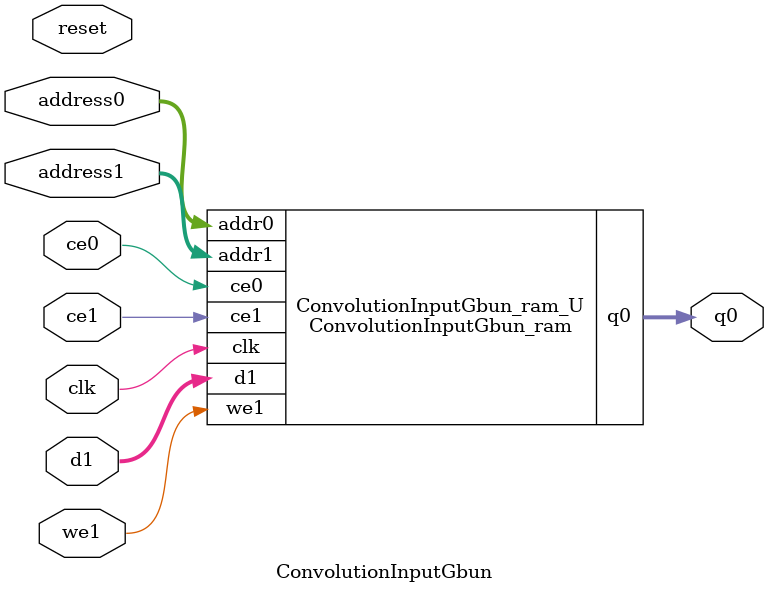
<source format=v>

`timescale 1 ns / 1 ps
module ConvolutionInputGbun_ram (addr0, ce0, q0, addr1, ce1, d1, we1,  clk);

parameter DWIDTH = 64;
parameter AWIDTH = 5;
parameter MEM_SIZE = 28;

input[AWIDTH-1:0] addr0;
input ce0;
output reg[DWIDTH-1:0] q0;
input[AWIDTH-1:0] addr1;
input ce1;
input[DWIDTH-1:0] d1;
input we1;
input clk;

reg [DWIDTH-1:0] ram[0:MEM_SIZE-1];




always @(posedge clk)  
begin 
    if (ce0) 
    begin
            q0 <= ram[addr0];
    end
end


always @(posedge clk)  
begin 
    if (ce1) 
    begin
        if (we1) 
        begin 
            ram[addr1] <= d1; 
        end 
    end
end


endmodule


`timescale 1 ns / 1 ps
module ConvolutionInputGbun(
    reset,
    clk,
    address0,
    ce0,
    q0,
    address1,
    ce1,
    we1,
    d1);

parameter DataWidth = 32'd64;
parameter AddressRange = 32'd28;
parameter AddressWidth = 32'd5;
input reset;
input clk;
input[AddressWidth - 1:0] address0;
input ce0;
output[DataWidth - 1:0] q0;
input[AddressWidth - 1:0] address1;
input ce1;
input we1;
input[DataWidth - 1:0] d1;



ConvolutionInputGbun_ram ConvolutionInputGbun_ram_U(
    .clk( clk ),
    .addr0( address0 ),
    .ce0( ce0 ),
    .q0( q0 ),
    .addr1( address1 ),
    .ce1( ce1 ),
    .we1( we1 ),
    .d1( d1 ));

endmodule


</source>
